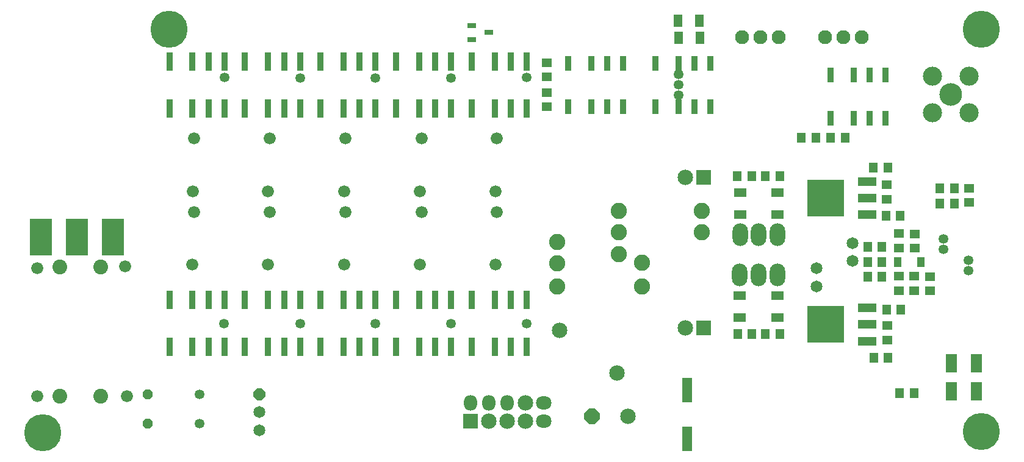
<source format=gts>
G04*
G04 #@! TF.GenerationSoftware,Altium Limited,Altium Designer,21.2.1 (34)*
G04*
G04 Layer_Color=8388736*
%FSLAX44Y44*%
%MOMM*%
G71*
G04*
G04 #@! TF.SameCoordinates,E8695898-D4BD-45AE-B535-2771739DBF24*
G04*
G04*
G04 #@! TF.FilePolarity,Negative*
G04*
G01*
G75*
%ADD19R,0.8500X2.1500*%
%ADD20R,1.1500X1.4000*%
%ADD21R,1.5500X2.5500*%
%ADD22R,1.4000X1.1500*%
%ADD23R,0.9500X2.6500*%
%ADD24R,1.1500X0.7500*%
%ADD25R,3.1500X5.1500*%
%ADD26R,1.3500X3.3500*%
%ADD27R,1.0600X1.3700*%
%ADD28R,1.7500X1.1500*%
%ADD29R,2.5500X1.1500*%
%ADD30R,5.1500X5.1500*%
%ADD31R,1.1500X1.7500*%
%ADD32R,2.1500X2.1500*%
%ADD33O,2.1500X1.8500*%
%ADD34O,1.8500X2.1500*%
%ADD35C,2.1500*%
%ADD36C,1.3500*%
%ADD37C,2.0500*%
%ADD38C,1.6740*%
%ADD39P,1.4612X8X22.5*%
%ADD40P,1.7860X8X292.5*%
%ADD41C,1.6500*%
%ADD42C,2.2500*%
%ADD43C,5.1500*%
%ADD44C,1.9500*%
%ADD45P,2.3272X8X22.5*%
%ADD46O,2.1500X3.1500*%
%ADD47C,2.6500*%
%ADD48C,3.1500*%
D19*
X1199000Y466250D02*
D03*
X1177000D02*
D03*
X1154750D02*
D03*
X1122750D02*
D03*
Y526250D02*
D03*
X1154750Y526250D02*
D03*
X1177000Y526250D02*
D03*
X1199000D02*
D03*
X955500Y542750D02*
D03*
X933500D02*
D03*
X911250Y542750D02*
D03*
X879250Y542750D02*
D03*
Y482750D02*
D03*
X911250D02*
D03*
X933500D02*
D03*
X955500D02*
D03*
X835000Y542750D02*
D03*
X813000D02*
D03*
X790750Y542750D02*
D03*
X758750Y542750D02*
D03*
Y482750D02*
D03*
X790750D02*
D03*
X813000D02*
D03*
X835000D02*
D03*
D20*
X1218500Y84250D02*
D03*
X1238500D02*
D03*
X1274000Y369250D02*
D03*
X1294000D02*
D03*
X1274000Y348250D02*
D03*
X1294000D02*
D03*
X1122500Y439000D02*
D03*
X1142500D02*
D03*
X1081750Y439000D02*
D03*
X1101750D02*
D03*
X1181750Y398000D02*
D03*
X1201750D02*
D03*
X1193960Y267000D02*
D03*
X1173960D02*
D03*
Y246000D02*
D03*
X1193960D02*
D03*
Y288000D02*
D03*
X1173960D02*
D03*
X1199250Y331000D02*
D03*
X1219250D02*
D03*
X1182250Y134000D02*
D03*
X1202250D02*
D03*
X1200250Y200250D02*
D03*
X1220250D02*
D03*
X1052250Y167000D02*
D03*
X1032250D02*
D03*
X993500D02*
D03*
X1013500D02*
D03*
X993250Y386000D02*
D03*
X1013250D02*
D03*
X1052250D02*
D03*
X1032250D02*
D03*
D21*
X1325000Y125750D02*
D03*
X1290000D02*
D03*
X1324750Y87500D02*
D03*
X1289750D02*
D03*
D22*
X1314250Y369250D02*
D03*
Y349250D02*
D03*
X728750Y502250D02*
D03*
Y482250D02*
D03*
Y523750D02*
D03*
Y543750D02*
D03*
X1217500Y286250D02*
D03*
Y306250D02*
D03*
Y227000D02*
D03*
Y247000D02*
D03*
X1239000Y286000D02*
D03*
Y306000D02*
D03*
X1200500Y374250D02*
D03*
Y354250D02*
D03*
X1201250Y158250D02*
D03*
Y178250D02*
D03*
X1238750Y227000D02*
D03*
Y247000D02*
D03*
X1260500Y226750D02*
D03*
Y246750D02*
D03*
D23*
X700750Y148750D02*
D03*
X678750D02*
D03*
X656500D02*
D03*
X624500D02*
D03*
Y213750D02*
D03*
X656500Y213750D02*
D03*
X678750Y213750D02*
D03*
X700750D02*
D03*
X595937Y148750D02*
D03*
X573937D02*
D03*
X551687D02*
D03*
X519687D02*
D03*
Y213750D02*
D03*
X551687Y213750D02*
D03*
X573937Y213750D02*
D03*
X595937D02*
D03*
X491125Y148750D02*
D03*
X469125D02*
D03*
X446875D02*
D03*
X414875D02*
D03*
Y213750D02*
D03*
X446875Y213750D02*
D03*
X469125Y213750D02*
D03*
X491125D02*
D03*
X386312Y148750D02*
D03*
X364313D02*
D03*
X342062D02*
D03*
X310062D02*
D03*
Y213750D02*
D03*
X342062Y213750D02*
D03*
X364313Y213750D02*
D03*
X386312D02*
D03*
X281500Y148750D02*
D03*
X259500D02*
D03*
X237250D02*
D03*
X205250D02*
D03*
Y213750D02*
D03*
X237250Y213750D02*
D03*
X259500Y213750D02*
D03*
X281500D02*
D03*
X700750Y480250D02*
D03*
X678750D02*
D03*
X656500D02*
D03*
X624500D02*
D03*
Y545250D02*
D03*
X656500Y545250D02*
D03*
X678750Y545250D02*
D03*
X700750D02*
D03*
X595937Y480250D02*
D03*
X573937D02*
D03*
X551687D02*
D03*
X519687D02*
D03*
Y545250D02*
D03*
X551687Y545250D02*
D03*
X573937Y545250D02*
D03*
X595937D02*
D03*
X491125Y480250D02*
D03*
X469125D02*
D03*
X446875D02*
D03*
X414875D02*
D03*
Y545250D02*
D03*
X446875Y545250D02*
D03*
X469125Y545250D02*
D03*
X491125D02*
D03*
X386312Y480250D02*
D03*
X364313D02*
D03*
X342062D02*
D03*
X310062D02*
D03*
Y545250D02*
D03*
X342062Y545250D02*
D03*
X364313Y545250D02*
D03*
X386312D02*
D03*
X281500Y480250D02*
D03*
X259500D02*
D03*
X237250D02*
D03*
X205250D02*
D03*
Y545250D02*
D03*
X237250Y545250D02*
D03*
X259500Y545250D02*
D03*
X281500D02*
D03*
D24*
X624750Y595000D02*
D03*
Y576000D02*
D03*
X648750Y585500D02*
D03*
D25*
X77250Y301250D02*
D03*
X27113D02*
D03*
X127113D02*
D03*
D26*
X923750Y88990D02*
D03*
Y20990D02*
D03*
D27*
X1215250Y266750D02*
D03*
X1248000D02*
D03*
D28*
X1048450Y332750D02*
D03*
Y362750D02*
D03*
X997000D02*
D03*
Y332750D02*
D03*
X996500Y219750D02*
D03*
Y189750D02*
D03*
X1048750D02*
D03*
Y219750D02*
D03*
D29*
X1173250Y203000D02*
D03*
Y180000D02*
D03*
Y157000D02*
D03*
Y378500D02*
D03*
Y355500D02*
D03*
Y332500D02*
D03*
D30*
X1115500Y180000D02*
D03*
Y355500D02*
D03*
D31*
X911250Y578500D02*
D03*
X941250D02*
D03*
X910500Y602250D02*
D03*
X940500D02*
D03*
D32*
X622850Y46000D02*
D03*
X946030Y384500D02*
D03*
X946030Y175250D02*
D03*
D33*
X724450Y71400D02*
D03*
Y46000D02*
D03*
D34*
X673650Y71400D02*
D03*
X622850D02*
D03*
X648250D02*
D03*
D35*
X699050D02*
D03*
Y46000D02*
D03*
X648250D02*
D03*
X673650D02*
D03*
X826250Y112250D02*
D03*
X746500Y171750D02*
D03*
X920630Y384500D02*
D03*
X920630Y175250D02*
D03*
X841500Y52250D02*
D03*
D36*
X1278861Y298839D02*
D03*
X1278750Y284500D02*
D03*
X1313861Y268839D02*
D03*
X1313750Y254500D02*
D03*
X247000Y42250D02*
D03*
X247000Y82750D02*
D03*
X386500Y522625D02*
D03*
X491000D02*
D03*
X596000D02*
D03*
X700500Y522875D02*
D03*
X281500D02*
D03*
X281250Y181375D02*
D03*
X386500Y181125D02*
D03*
X491000D02*
D03*
X596250Y180875D02*
D03*
X701250Y181125D02*
D03*
X911250Y499000D02*
D03*
Y513375D02*
D03*
Y527750D02*
D03*
D37*
X52750Y259750D02*
D03*
Y80500D02*
D03*
X110250D02*
D03*
Y259750D02*
D03*
D38*
X21500Y80500D02*
D03*
X146500D02*
D03*
X144000Y260500D02*
D03*
X21500Y258000D02*
D03*
X447418Y263395D02*
D03*
X449363Y336404D02*
D03*
X553086Y263395D02*
D03*
X555030Y336404D02*
D03*
X342250Y263395D02*
D03*
X344195Y336403D02*
D03*
X657336Y263395D02*
D03*
X659280Y336404D02*
D03*
X657336Y365145D02*
D03*
X659280Y438154D02*
D03*
X553086Y365145D02*
D03*
X555030Y438154D02*
D03*
X447418Y365145D02*
D03*
X449363Y438154D02*
D03*
X342250Y365145D02*
D03*
X344195Y438153D02*
D03*
X239195Y336403D02*
D03*
X237250Y263395D02*
D03*
X239445Y438153D02*
D03*
X237500Y365145D02*
D03*
D39*
X175250Y42250D02*
D03*
X175250Y82750D02*
D03*
D40*
X329880Y83060D02*
D03*
D41*
Y58060D02*
D03*
Y33060D02*
D03*
X1153000Y293000D02*
D03*
Y268000D02*
D03*
X1103000Y233000D02*
D03*
Y258000D02*
D03*
D42*
X943500Y338000D02*
D03*
Y308000D02*
D03*
X861000Y233000D02*
D03*
Y265500D02*
D03*
X828500Y278000D02*
D03*
Y308000D02*
D03*
Y338000D02*
D03*
X743000Y233000D02*
D03*
Y264750D02*
D03*
Y294750D02*
D03*
D43*
X29750Y30000D02*
D03*
X205000Y590000D02*
D03*
X1331750Y31000D02*
D03*
X1331750Y590000D02*
D03*
D44*
X1114750Y578750D02*
D03*
X1140150D02*
D03*
X1165550D02*
D03*
X999440Y578750D02*
D03*
X1024840D02*
D03*
X1050240D02*
D03*
D45*
X791500Y52250D02*
D03*
D46*
X1048970Y304500D02*
D03*
X1022970D02*
D03*
X996970D02*
D03*
X996500Y248750D02*
D03*
X1022500D02*
D03*
X1048500D02*
D03*
D47*
X1263850Y524900D02*
D03*
Y474100D02*
D03*
X1314650D02*
D03*
Y524900D02*
D03*
D48*
X1289250Y499500D02*
D03*
M02*

</source>
